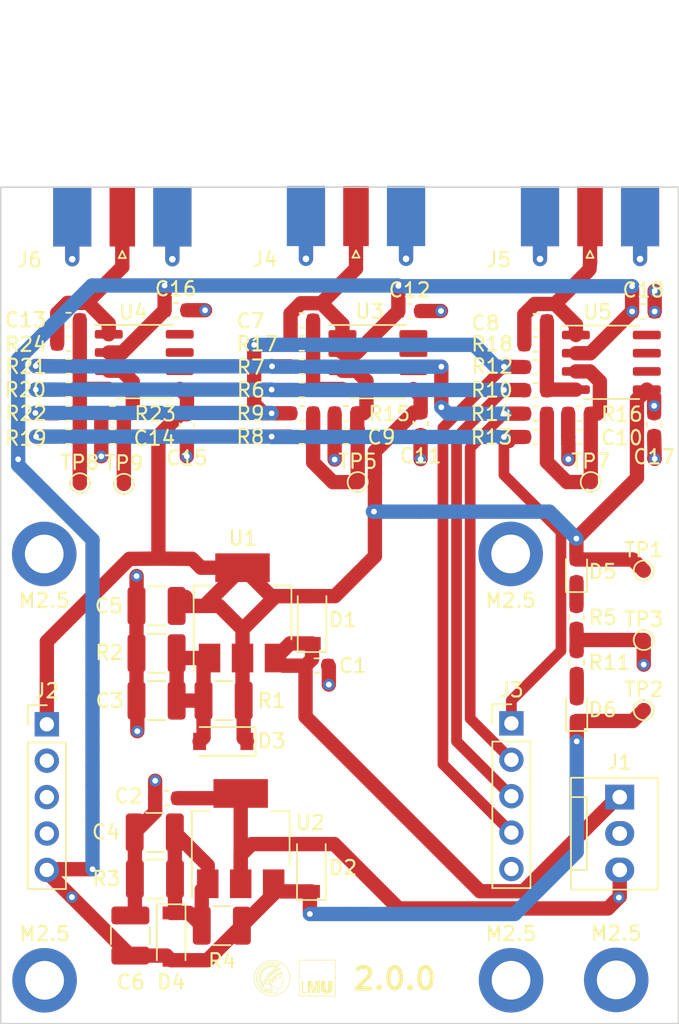
<source format=kicad_pcb>
(kicad_pcb (version 20171130) (host pcbnew "(5.1.5-0-10_14)")
  (layers (0 F.Cu mixed) (1 In1.Cu power) (2 In2.Cu power) (31 B.Cu mixed) (34 B.Paste user) (35 F.Paste user) (36 B.SilkS user) (37 F.SilkS user) (38 B.Mask user) (39 F.Mask user) (44 Edge.Cuts user))
  (net 0 "")
  (net 1 GND)
  (net 2 +15V)
  (net 3 -15V)
  (net 4 "Net-(C3-Pad1)")
  (net 5 "Net-(C4-Pad2)")
  (net 6 +12V)
  (net 7 -12V)
  (net 8 "Net-(C9-Pad2)")
  (net 9 /DIFFX)
  (net 10 "Net-(C10-Pad2)")
  (net 11 /DIFFY)
  (net 12 "Net-(C13-Pad2)")
  (net 13 /SUM)
  (net 14 "Net-(C14-Pad2)")
  (net 15 "Net-(D5-Pad1)")
  (net 16 "Net-(D6-Pad2)")
  (net 17 /-Y2)
  (net 18 /-Y1)
  (net 19 /-X2)
  (net 20 /-X1)
  (net 21 "Net-(C7-Pad2)")
  (net 22 "Net-(C8-Pad2)")
  (module Package_TO_SOT_SMD:SOT-223-3_TabPin2 (layer F.Cu) (at 90.6272 107.1884 90)
    (fp_text reference U1 (at 5.2074 0.0254 180) (layer F.SilkS))
    (fp_text value LM317)
    (pad 1 smd rect (at -3.15 -2.3 90) (size 2 1.5) (layers F.Cu F.Paste F.Mask) (net 4 "Net-(C3-Pad1)"))
    (pad 3 smd rect (at -3.15 2.3 90) (size 2 1.5) (layers F.Cu F.Paste F.Mask) (net 2 +15V))
    (pad 2 smd rect (at -3.15 0 90) (size 2 1.5) (layers F.Cu F.Paste F.Mask) (net 6 +12V))
    (pad 2 smd rect (at 3.15 0 90) (size 2 3.8) (layers F.Cu F.Paste F.Mask) (net 6 +12V))
  )
  (module Common:mpq_lmu_logo (layer F.Cu) (at 94.3102 132.6642)
    (fp_text reference G*** hide)
    (fp_text value LOGO hide)
  )
  (module TestPoint:TestPoint_Pad_D1.0mm (layer F.Cu) (at 118.618 109.0824)
    (fp_text reference TP3 (at 0 -1.448) (layer F.SilkS))
    (fp_text value GND)
    (pad 1 smd circle (at 0 0) (size 1 1) (layers F.Cu F.Mask) (net 1 GND))
  )
  (module TestPoint:TestPoint_Pad_D1.0mm (layer F.Cu) (at 118.618 113.9698)
    (fp_text reference TP2 (at 0 -1.448) (layer F.SilkS))
    (fp_text value -12V)
    (pad 1 smd circle (at 0 0) (size 1 1) (layers F.Cu F.Mask) (net 7 -12V))
  )
  (module TestPoint:TestPoint_Pad_D1.0mm (layer F.Cu) (at 118.618 104.2416)
    (fp_text reference TP1 (at 0 -1.448) (layer F.SilkS))
    (fp_text value +12V)
    (pad 1 smd circle (at 0 0) (size 1 1) (layers F.Cu F.Mask) (net 6 +12V))
  )
  (module Connector_PinHeader_2.54mm:PinHeader_1x05_P2.54mm_Vertical (layer F.Cu) (at 109.3851 114.8969)
    (fp_text reference J3 (at 0 -2.33) (layer F.SilkS))
    (fp_text value Conn_01x05_Male)
    (pad 5 thru_hole oval (at 0 10.16) (size 1.7 1.7) (drill 1) (layers *.Cu *.Mask) (net 1 GND))
    (pad 4 thru_hole oval (at 0 7.62) (size 1.7 1.7) (drill 1) (layers *.Cu *.Mask) (net 17 /-Y2))
    (pad 3 thru_hole oval (at 0 5.08) (size 1.7 1.7) (drill 1) (layers *.Cu *.Mask) (net 19 /-X2))
    (pad 2 thru_hole oval (at 0 2.54) (size 1.7 1.7) (drill 1) (layers *.Cu *.Mask) (net 18 /-Y1))
    (pad 1 thru_hole rect (at 0 0) (size 1.7 1.7) (drill 1) (layers *.Cu *.Mask) (net 20 /-X1))
  )
  (module Connector_PinHeader_2.54mm:PinHeader_1x05_P2.54mm_Vertical (layer F.Cu) (at 76.9747 114.9604)
    (fp_text reference J2 (at 0 -2.33) (layer F.SilkS))
    (fp_text value Conn_01x05_Male)
    (pad 5 thru_hole oval (at 0 10.16) (size 1.7 1.7) (drill 1) (layers *.Cu *.Mask) (net 7 -12V))
    (pad 4 thru_hole oval (at 0 7.62) (size 1.7 1.7) (drill 1) (layers *.Cu *.Mask) (net 1 GND))
    (pad 3 thru_hole oval (at 0 5.08) (size 1.7 1.7) (drill 1) (layers *.Cu *.Mask) (net 1 GND))
    (pad 2 thru_hole oval (at 0 2.54) (size 1.7 1.7) (drill 1) (layers *.Cu *.Mask) (net 1 GND))
    (pad 1 thru_hole rect (at 0 0) (size 1.7 1.7) (drill 1) (layers *.Cu *.Mask) (net 6 +12V))
  )
  (module MountingHole:MountingHole_2.7mm_M2.5_ISO7380_Pad (layer F.Cu) (at 116.7003 132.7912)
    (fp_text reference M2.5 (at 0 -3.25) (layer F.SilkS))
    (fp_text value MountingHole_2.7mm_M2.5_ISO7380_Pad)
    (pad 1 thru_hole circle (at 0 0) (size 4.5 4.5) (drill 2.7) (layers *.Cu *.Mask))
  )
  (module MountingHole:MountingHole_2.7mm_M2.5_ISO7380_Pad (layer F.Cu) (at 109.3597 132.8166)
    (fp_text reference M2.5 (at 0 -3.25) (layer F.SilkS))
    (fp_text value MountingHole_2.7mm_M2.5_ISO7380_Pad)
    (pad 1 thru_hole circle (at 0 0) (size 4.5 4.5) (drill 2.7) (layers *.Cu *.Mask))
  )
  (module MountingHole:MountingHole_2.7mm_M2.5_ISO7380_Pad (layer F.Cu) (at 76.8183 132.8188)
    (fp_text reference M2.5 (at 0 -3.25) (layer F.SilkS))
    (fp_text value MountingHole_2.7mm_M2.5_ISO7380_Pad)
    (pad 1 thru_hole circle (at 0 0) (size 4.5 4.5) (drill 2.7) (layers *.Cu *.Mask))
  )
  (module MountingHole:MountingHole_2.7mm_M2.5_ISO7380_Pad (layer F.Cu) (at 76.7929 103.0816 180)
    (fp_text reference M2.5 (at 0 -3.25) (layer F.SilkS))
    (fp_text value MountingHole_2.7mm_M2.5_ISO7380_Pad)
    (pad 1 thru_hole circle (at 0 0 180) (size 4.5 4.5) (drill 2.7) (layers *.Cu *.Mask))
  )
  (module MountingHole:MountingHole_2.7mm_M2.5_ISO7380_Pad (layer F.Cu) (at 109.3343 103.0794 180)
    (fp_text reference M2.5 (at 0 -3.25) (layer F.SilkS))
    (fp_text value MountingHole_2.7mm_M2.5_ISO7380_Pad)
    (pad 1 thru_hole circle (at 0 0 180) (size 4.5 4.5) (drill 2.7) (layers *.Cu *.Mask))
  )
  (module Resistor_SMD:R_1210_3225Metric (layer F.Cu) (at 89.1824 129.0066)
    (fp_text reference R4 (at 0.0224 2.4638) (layer F.SilkS))
    (fp_text value 240)
    (pad 2 smd roundrect (at 1.4 0) (size 1.25 2.65) (layers F.Cu F.Paste F.Mask) (roundrect_rratio 0.2) (net 7 -12V))
    (pad 1 smd roundrect (at -1.4 0) (size 1.25 2.65) (layers F.Cu F.Paste F.Mask) (roundrect_rratio 0.2) (net 5 "Net-(C4-Pad2)"))
  )
  (module Resistor_SMD:R_1210_3225Metric (layer F.Cu) (at 84.5155 125.7554)
    (fp_text reference R3 (at -3.3879 -0.0254) (layer F.SilkS))
    (fp_text value 2.2k)
    (pad 2 smd roundrect (at 1.4 0) (size 1.25 2.65) (layers F.Cu F.Paste F.Mask) (roundrect_rratio 0.2) (net 5 "Net-(C4-Pad2)"))
    (pad 1 smd roundrect (at -1.4 0) (size 1.25 2.65) (layers F.Cu F.Paste F.Mask) (roundrect_rratio 0.2) (net 1 GND))
  )
  (module Resistor_SMD:R_1210_3225Metric (layer F.Cu) (at 84.6298 110.0074 180)
    (fp_text reference R2 (at 3.299 0.0508) (layer F.SilkS))
    (fp_text value 2.2k)
    (pad 2 smd roundrect (at 1.4 0 180) (size 1.25 2.65) (layers F.Cu F.Paste F.Mask) (roundrect_rratio 0.2) (net 1 GND))
    (pad 1 smd roundrect (at -1.4 0 180) (size 1.25 2.65) (layers F.Cu F.Paste F.Mask) (roundrect_rratio 0.2) (net 4 "Net-(C3-Pad1)"))
  )
  (module Resistor_SMD:R_1210_3225Metric (layer F.Cu) (at 89.3064 113.3094 180)
    (fp_text reference R1 (at -3.3528 0) (layer F.SilkS))
    (fp_text value 240)
    (pad 2 smd roundrect (at 1.4 0 180) (size 1.25 2.65) (layers F.Cu F.Paste F.Mask) (roundrect_rratio 0.2) (net 4 "Net-(C3-Pad1)"))
    (pad 1 smd roundrect (at -1.4 0 180) (size 1.25 2.65) (layers F.Cu F.Paste F.Mask) (roundrect_rratio 0.2) (net 6 +12V))
  )
  (module TestPoint:TestPoint_Pad_D1.0mm (layer F.Cu) (at 82.3492 98.19)
    (fp_text reference TP9 (at 0 -1.448) (layer F.SilkS))
    (fp_text value SUM+)
    (pad 1 smd circle (at 0 0) (size 1 1) (layers F.Cu F.Mask) (net 14 "Net-(C14-Pad2)"))
  )
  (module Package_SO:SOIC-8_3.9x4.9mm_P1.27mm (layer F.Cu) (at 116.3574 89.7128)
    (fp_text reference U5 (at -0.96 -3.51) (layer F.SilkS))
    (fp_text value OPA197xDBV)
    (pad 8 smd roundrect (at 2.475 -1.905) (size 1.95 0.6) (layers F.Cu F.Paste F.Mask))
    (pad 7 smd roundrect (at 2.475 -0.635) (size 1.95 0.6) (layers F.Cu F.Paste F.Mask))
    (pad 6 smd roundrect (at 2.475 0.635) (size 1.95 0.6) (layers F.Cu F.Paste F.Mask))
    (pad 5 smd roundrect (at 2.475 1.905) (size 1.95 0.6) (layers F.Cu F.Paste F.Mask) (net 6 +12V))
    (pad 4 smd roundrect (at -2.475 1.905) (size 1.95 0.6) (layers F.Cu F.Paste F.Mask) (net 22 "Net-(C8-Pad2)"))
    (pad 3 smd roundrect (at -2.475 0.635) (size 1.95 0.6) (layers F.Cu F.Paste F.Mask) (net 10 "Net-(C10-Pad2)"))
    (pad 2 smd roundrect (at -2.475 -0.635) (size 1.95 0.6) (layers F.Cu F.Paste F.Mask) (net 7 -12V))
    (pad 1 smd roundrect (at -2.475 -1.905) (size 1.95 0.6) (layers F.Cu F.Paste F.Mask) (net 11 /DIFFY))
  )
  (module TestPoint:TestPoint_Pad_D1.0mm (layer F.Cu) (at 98.6622 98.07)
    (fp_text reference TP5 (at 0 -1.448) (layer F.SilkS))
    (fp_text value DIFFX+)
    (pad 1 smd circle (at 0 0) (size 1 1) (layers F.Cu F.Mask) (net 8 "Net-(C9-Pad2)"))
  )
  (module Resistor_SMD:R_0603_1608Metric (layer F.Cu) (at 111.0741 88.4682)
    (fp_text reference R18 (at -3.0325 -0.03) (layer F.SilkS))
    (fp_text value 10k)
    (pad 2 smd roundrect (at 0.7875 0) (size 0.875 0.95) (layers F.Cu F.Paste F.Mask) (net 22 "Net-(C8-Pad2)"))
    (pad 1 smd roundrect (at -0.7875 0) (size 0.875 0.95) (layers F.Cu F.Paste F.Mask) (net 11 /DIFFY))
  )
  (module Resistor_SMD:R_0603_1608Metric (layer F.Cu) (at 114.135 93.2942)
    (fp_text reference R16 (at 2.9625 0.04) (layer F.SilkS))
    (fp_text value 10k)
    (pad 2 smd roundrect (at 0.7875 0) (size 0.875 0.95) (layers F.Cu F.Paste F.Mask) (net 10 "Net-(C10-Pad2)"))
    (pad 1 smd roundrect (at -0.7875 0) (size 0.875 0.95) (layers F.Cu F.Paste F.Mask) (net 1 GND))
  )
  (module Resistor_SMD:R_0603_1608Metric (layer F.Cu) (at 111.0743 93.2942 180)
    (fp_text reference R14 (at 3.0725 0.01) (layer F.SilkS))
    (fp_text value 10k)
    (pad 2 smd roundrect (at 0.7875 0 180) (size 0.875 0.95) (layers F.Cu F.Paste F.Mask) (net 18 /-Y1))
    (pad 1 smd roundrect (at -0.7875 0 180) (size 0.875 0.95) (layers F.Cu F.Paste F.Mask) (net 10 "Net-(C10-Pad2)"))
  )
  (module Resistor_SMD:R_0603_1608Metric (layer F.Cu) (at 111.0741 94.9198 180)
    (fp_text reference R13 (at 3.0725 -0.01) (layer F.SilkS))
    (fp_text value 10k)
    (pad 2 smd roundrect (at 0.7875 0 180) (size 0.875 0.95) (layers F.Cu F.Paste F.Mask) (net 20 /-X1))
    (pad 1 smd roundrect (at -0.7875 0 180) (size 0.875 0.95) (layers F.Cu F.Paste F.Mask) (net 10 "Net-(C10-Pad2)"))
  )
  (module Resistor_SMD:R_0603_1608Metric (layer F.Cu) (at 111.0741 90.043 180)
    (fp_text reference R12 (at 3.0225 0.06) (layer F.SilkS))
    (fp_text value 10k)
    (pad 2 smd roundrect (at 0.7875 0 180) (size 0.875 0.95) (layers F.Cu F.Paste F.Mask) (net 17 /-Y2))
    (pad 1 smd roundrect (at -0.7875 0 180) (size 0.875 0.95) (layers F.Cu F.Paste F.Mask) (net 22 "Net-(C8-Pad2)"))
  )
  (module Resistor_SMD:R_0603_1608Metric (layer F.Cu) (at 111.0741 91.6686 180)
    (fp_text reference R10 (at 3.0525 0.02) (layer F.SilkS))
    (fp_text value 10k)
    (pad 2 smd roundrect (at 0.7875 0 180) (size 0.875 0.95) (layers F.Cu F.Paste F.Mask) (net 19 /-X2))
    (pad 1 smd roundrect (at -0.7875 0 180) (size 0.875 0.95) (layers F.Cu F.Paste F.Mask) (net 22 "Net-(C8-Pad2)"))
  )
  (module Capacitor_SMD:C_0603_1608Metric (layer F.Cu) (at 118.5931 86.1654 180)
    (fp_text reference C18 (at 0.0025 1.49) (layer F.SilkS))
    (fp_text value 100n)
    (pad 2 smd roundrect (at 0.7875 0 180) (size 0.875 0.95) (layers F.Cu F.Paste F.Mask) (net 7 -12V))
    (pad 1 smd roundrect (at -0.7875 0 180) (size 0.875 0.95) (layers F.Cu F.Paste F.Mask) (net 1 GND))
  )
  (module Capacitor_SMD:C_0603_1608Metric (layer F.Cu) (at 119.3431 94.0554 90)
    (fp_text reference C17 (at -2.25 -0.0025 180) (layer F.SilkS))
    (fp_text value 100n)
    (pad 2 smd roundrect (at 0.7875 0 90) (size 0.875 0.95) (layers F.Cu F.Paste F.Mask) (net 6 +12V))
    (pad 1 smd roundrect (at -0.7875 0 90) (size 0.875 0.95) (layers F.Cu F.Paste F.Mask) (net 1 GND))
  )
  (module Capacitor_SMD:C_0603_1608Metric (layer F.Cu) (at 114.1381 94.9198)
    (fp_text reference C10 (at 2.9525 0.06) (layer F.SilkS))
    (fp_text value 5p)
    (pad 2 smd roundrect (at 0.7875 0) (size 0.875 0.95) (layers F.Cu F.Paste F.Mask) (net 10 "Net-(C10-Pad2)"))
    (pad 1 smd roundrect (at -0.7875 0) (size 0.875 0.95) (layers F.Cu F.Paste F.Mask) (net 1 GND))
  )
  (module Capacitor_SMD:C_0603_1608Metric (layer F.Cu) (at 111.0741 86.8426)
    (fp_text reference C8 (at -3.4925 0.13) (layer F.SilkS))
    (fp_text value 5p)
    (pad 2 smd roundrect (at 0.7875 0) (size 0.875 0.95) (layers F.Cu F.Paste F.Mask) (net 22 "Net-(C8-Pad2)"))
    (pad 1 smd roundrect (at -0.7875 0) (size 0.875 0.95) (layers F.Cu F.Paste F.Mask) (net 11 /DIFFY))
  )
  (module Package_SO:SOIC-8_3.9x4.9mm_P1.27mm (layer F.Cu) (at 83.7692 89.662)
    (fp_text reference U4 (at -0.765 -3.455) (layer F.SilkS))
    (fp_text value OPA197xDBV)
    (pad 8 smd roundrect (at 2.475 -1.905) (size 1.95 0.6) (layers F.Cu F.Paste F.Mask))
    (pad 7 smd roundrect (at 2.475 -0.635) (size 1.95 0.6) (layers F.Cu F.Paste F.Mask))
    (pad 6 smd roundrect (at 2.475 0.635) (size 1.95 0.6) (layers F.Cu F.Paste F.Mask))
    (pad 5 smd roundrect (at 2.475 1.905) (size 1.95 0.6) (layers F.Cu F.Paste F.Mask) (net 6 +12V))
    (pad 4 smd roundrect (at -2.475 1.905) (size 1.95 0.6) (layers F.Cu F.Paste F.Mask) (net 12 "Net-(C13-Pad2)"))
    (pad 3 smd roundrect (at -2.475 0.635) (size 1.95 0.6) (layers F.Cu F.Paste F.Mask) (net 14 "Net-(C14-Pad2)"))
    (pad 2 smd roundrect (at -2.475 -0.635) (size 1.95 0.6) (layers F.Cu F.Paste F.Mask) (net 7 -12V))
    (pad 1 smd roundrect (at -2.475 -1.905) (size 1.95 0.6) (layers F.Cu F.Paste F.Mask) (net 13 /SUM))
  )
  (module Resistor_SMD:R_0603_1608Metric (layer F.Cu) (at 78.4859 88.4174)
    (fp_text reference R24 (at -2.9725 0.045) (layer F.SilkS))
    (fp_text value 10k)
    (pad 2 smd roundrect (at 0.7875 0) (size 0.875 0.95) (layers F.Cu F.Paste F.Mask) (net 12 "Net-(C13-Pad2)"))
    (pad 1 smd roundrect (at -0.7875 0) (size 0.875 0.95) (layers F.Cu F.Paste F.Mask) (net 13 /SUM))
  )
  (module Resistor_SMD:R_0603_1608Metric (layer F.Cu) (at 81.5595 93.2688)
    (fp_text reference R23 (at 2.9775 0.045) (layer F.SilkS))
    (fp_text value 10k)
    (pad 2 smd roundrect (at 0.7875 0) (size 0.875 0.95) (layers F.Cu F.Paste F.Mask) (net 14 "Net-(C14-Pad2)"))
    (pad 1 smd roundrect (at -0.7875 0) (size 0.875 0.95) (layers F.Cu F.Paste F.Mask) (net 1 GND))
  )
  (module Resistor_SMD:R_0603_1608Metric (layer F.Cu) (at 78.4861 93.2688 180)
    (fp_text reference R22 (at 2.9625 -0.015) (layer F.SilkS))
    (fp_text value 10k)
    (pad 2 smd roundrect (at 0.7875 0 180) (size 0.875 0.95) (layers F.Cu F.Paste F.Mask) (net 17 /-Y2))
    (pad 1 smd roundrect (at -0.7875 0 180) (size 0.875 0.95) (layers F.Cu F.Paste F.Mask) (net 12 "Net-(C13-Pad2)"))
  )
  (module Resistor_SMD:R_0603_1608Metric (layer F.Cu) (at 78.486 89.9922 180)
    (fp_text reference R21 (at 2.9625 -0.015) (layer F.SilkS))
    (fp_text value 10k)
    (pad 2 smd roundrect (at 0.7875 0 180) (size 0.875 0.95) (layers F.Cu F.Paste F.Mask) (net 18 /-Y1))
    (pad 1 smd roundrect (at -0.7875 0 180) (size 0.875 0.95) (layers F.Cu F.Paste F.Mask) (net 12 "Net-(C13-Pad2)"))
  )
  (module Resistor_SMD:R_0603_1608Metric (layer F.Cu) (at 78.486 91.6178 180)
    (fp_text reference R20 (at 3.0125 -0.01) (layer F.SilkS))
    (fp_text value 10k)
    (pad 2 smd roundrect (at 0.7875 0 180) (size 0.875 0.95) (layers F.Cu F.Paste F.Mask) (net 19 /-X2))
    (pad 1 smd roundrect (at -0.7875 0 180) (size 0.875 0.95) (layers F.Cu F.Paste F.Mask) (net 12 "Net-(C13-Pad2)"))
  )
  (module Resistor_SMD:R_0603_1608Metric (layer F.Cu) (at 78.4861 94.8944 180)
    (fp_text reference R19 (at 2.9725 -0.12) (layer F.SilkS))
    (fp_text value 10k)
    (pad 2 smd roundrect (at 0.7875 0 180) (size 0.875 0.95) (layers F.Cu F.Paste F.Mask) (net 20 /-X1))
    (pad 1 smd roundrect (at -0.7875 0 180) (size 0.875 0.95) (layers F.Cu F.Paste F.Mask) (net 12 "Net-(C13-Pad2)"))
  )
  (module Capacitor_SMD:C_0603_1608Metric (layer F.Cu) (at 85.9789 86.0806 180)
    (fp_text reference C16 (at 0.0125 1.49) (layer F.SilkS))
    (fp_text value 100n)
    (pad 2 smd roundrect (at 0.7875 0 180) (size 0.875 0.95) (layers F.Cu F.Paste F.Mask) (net 7 -12V))
    (pad 1 smd roundrect (at -0.7875 0 180) (size 0.875 0.95) (layers F.Cu F.Paste F.Mask) (net 1 GND))
  )
  (module Capacitor_SMD:C_0603_1608Metric (layer F.Cu) (at 86.7492 94.12 90)
    (fp_text reference C15 (at -2.27 0 180) (layer F.SilkS))
    (fp_text value 100n)
    (pad 2 smd roundrect (at 0.7875 0 90) (size 0.875 0.95) (layers F.Cu F.Paste F.Mask) (net 6 +12V))
    (pad 1 smd roundrect (at -0.7875 0 90) (size 0.875 0.95) (layers F.Cu F.Paste F.Mask) (net 1 GND))
  )
  (module Capacitor_SMD:C_0603_1608Metric (layer F.Cu) (at 81.5595 94.8944)
    (fp_text reference C14 (at 2.9175 0.12) (layer F.SilkS))
    (fp_text value 5p)
    (pad 2 smd roundrect (at 0.7875 0) (size 0.875 0.95) (layers F.Cu F.Paste F.Mask) (net 14 "Net-(C14-Pad2)"))
    (pad 1 smd roundrect (at -0.7875 0) (size 0.875 0.95) (layers F.Cu F.Paste F.Mask) (net 1 GND))
  )
  (module Capacitor_SMD:C_0603_1608Metric (layer F.Cu) (at 78.4859 86.7664)
    (fp_text reference C13 (at -2.9925 -0.01) (layer F.SilkS))
    (fp_text value 5p)
    (pad 2 smd roundrect (at 0.7875 0) (size 0.875 0.95) (layers F.Cu F.Paste F.Mask) (net 12 "Net-(C13-Pad2)"))
    (pad 1 smd roundrect (at -0.7875 0) (size 0.875 0.95) (layers F.Cu F.Paste F.Mask) (net 13 /SUM))
  )
  (module Package_SO:SOIC-8_3.9x4.9mm_P1.27mm (layer F.Cu) (at 100.0722 89.67)
    (fp_text reference U3 (at -0.57 -3.51) (layer F.SilkS))
    (fp_text value OPA197xDBV)
    (pad 8 smd roundrect (at 2.475 -1.905) (size 1.95 0.6) (layers F.Cu F.Paste F.Mask))
    (pad 7 smd roundrect (at 2.475 -0.635) (size 1.95 0.6) (layers F.Cu F.Paste F.Mask))
    (pad 6 smd roundrect (at 2.475 0.635) (size 1.95 0.6) (layers F.Cu F.Paste F.Mask))
    (pad 5 smd roundrect (at 2.475 1.905) (size 1.95 0.6) (layers F.Cu F.Paste F.Mask) (net 6 +12V))
    (pad 4 smd roundrect (at -2.475 1.905) (size 1.95 0.6) (layers F.Cu F.Paste F.Mask) (net 21 "Net-(C7-Pad2)"))
    (pad 3 smd roundrect (at -2.475 0.635) (size 1.95 0.6) (layers F.Cu F.Paste F.Mask) (net 8 "Net-(C9-Pad2)"))
    (pad 2 smd roundrect (at -2.475 -0.635) (size 1.95 0.6) (layers F.Cu F.Paste F.Mask) (net 7 -12V))
    (pad 1 smd roundrect (at -2.475 -1.905) (size 1.95 0.6) (layers F.Cu F.Paste F.Mask) (net 9 /DIFFX))
  )
  (module TestPoint:TestPoint_Pad_D1.0mm (layer F.Cu) (at 114.9206 98.0654)
    (fp_text reference TP7 (at 0 -1.448) (layer F.SilkS))
    (fp_text value DIFFY-)
    (pad 1 smd circle (at 0 0) (size 1 1) (layers F.Cu F.Mask) (net 10 "Net-(C10-Pad2)"))
  )
  (module Resistor_SMD:R_0603_1608Metric (layer F.Cu) (at 94.7647 88.392)
    (fp_text reference R17 (at -3.1125 0.03) (layer F.SilkS))
    (fp_text value 10k)
    (pad 2 smd roundrect (at 0.7875 0) (size 0.875 0.95) (layers F.Cu F.Paste F.Mask) (net 21 "Net-(C7-Pad2)"))
    (pad 1 smd roundrect (at -0.7875 0) (size 0.875 0.95) (layers F.Cu F.Paste F.Mask) (net 9 /DIFFX))
  )
  (module Resistor_SMD:R_0603_1608Metric (layer F.Cu) (at 97.8407 93.2688)
    (fp_text reference R15 (at 3.0225 0.03) (layer F.SilkS))
    (fp_text value 10k)
    (pad 2 smd roundrect (at 0.7875 0) (size 0.875 0.95) (layers F.Cu F.Paste F.Mask) (net 8 "Net-(C9-Pad2)"))
    (pad 1 smd roundrect (at -0.7875 0) (size 0.875 0.95) (layers F.Cu F.Paste F.Mask) (net 1 GND))
  )
  (module Resistor_SMD:R_0603_1608Metric (layer F.Cu) (at 94.7674 93.2688 180)
    (fp_text reference R9 (at 3.58 -0.01) (layer F.SilkS))
    (fp_text value 10k)
    (pad 2 smd roundrect (at 0.7875 0 180) (size 0.875 0.95) (layers F.Cu F.Paste F.Mask) (net 17 /-Y2))
    (pad 1 smd roundrect (at -0.7875 0 180) (size 0.875 0.95) (layers F.Cu F.Paste F.Mask) (net 8 "Net-(C9-Pad2)"))
  )
  (module Resistor_SMD:R_0603_1608Metric (layer F.Cu) (at 94.7674 94.8944 180)
    (fp_text reference R8 (at 3.5925 -0.02) (layer F.SilkS))
    (fp_text value 10k)
    (pad 2 smd roundrect (at 0.7875 0 180) (size 0.875 0.95) (layers F.Cu F.Paste F.Mask) (net 20 /-X1))
    (pad 1 smd roundrect (at -0.7875 0 180) (size 0.875 0.95) (layers F.Cu F.Paste F.Mask) (net 8 "Net-(C9-Pad2)"))
  )
  (module Resistor_SMD:R_0603_1608Metric (layer F.Cu) (at 94.7647 90.0176 180)
    (fp_text reference R7 (at 3.5625 -0.04) (layer F.SilkS))
    (fp_text value 10k)
    (pad 2 smd roundrect (at 0.7875 0 180) (size 0.875 0.95) (layers F.Cu F.Paste F.Mask) (net 18 /-Y1))
    (pad 1 smd roundrect (at -0.7875 0 180) (size 0.875 0.95) (layers F.Cu F.Paste F.Mask) (net 21 "Net-(C7-Pad2)"))
  )
  (module Resistor_SMD:R_0603_1608Metric (layer F.Cu) (at 94.7647 91.64 180)
    (fp_text reference R6 (at 3.5525 -0.01) (layer F.SilkS))
    (fp_text value 10k)
    (pad 2 smd roundrect (at 0.7875 0 180) (size 0.875 0.95) (layers F.Cu F.Paste F.Mask) (net 19 /-X2))
    (pad 1 smd roundrect (at -0.7875 0 180) (size 0.875 0.95) (layers F.Cu F.Paste F.Mask) (net 21 "Net-(C7-Pad2)"))
  )
  (module Capacitor_SMD:C_0603_1608Metric (layer F.Cu) (at 102.2822 86.1375 180)
    (fp_text reference C12 (at 0 1.4675) (layer F.SilkS))
    (fp_text value 100n)
    (pad 2 smd roundrect (at 0.7875 0 180) (size 0.875 0.95) (layers F.Cu F.Paste F.Mask) (net 7 -12V))
    (pad 1 smd roundrect (at -0.7875 0 180) (size 0.875 0.95) (layers F.Cu F.Paste F.Mask) (net 1 GND))
  )
  (module Capacitor_SMD:C_0603_1608Metric (layer F.Cu) (at 103.0522 94 90)
    (fp_text reference C11 (at -2.24 0 180) (layer F.SilkS))
    (fp_text value 100n)
    (pad 2 smd roundrect (at 0.7875 0 90) (size 0.875 0.95) (layers F.Cu F.Paste F.Mask) (net 6 +12V))
    (pad 1 smd roundrect (at -0.7875 0 90) (size 0.875 0.95) (layers F.Cu F.Paste F.Mask) (net 1 GND))
  )
  (module Capacitor_SMD:C_0603_1608Metric (layer F.Cu) (at 97.8407 94.8944)
    (fp_text reference C9 (at 2.4825 0.04) (layer F.SilkS))
    (fp_text value 5p)
    (pad 2 smd roundrect (at 0.7875 0) (size 0.875 0.95) (layers F.Cu F.Paste F.Mask) (net 8 "Net-(C9-Pad2)"))
    (pad 1 smd roundrect (at -0.7875 0) (size 0.875 0.95) (layers F.Cu F.Paste F.Mask) (net 1 GND))
  )
  (module Capacitor_SMD:C_0603_1608Metric (layer F.Cu) (at 94.7647 86.7918)
    (fp_text reference C7 (at -3.5825 0.04) (layer F.SilkS))
    (fp_text value 5p)
    (pad 2 smd roundrect (at 0.7875 0) (size 0.875 0.95) (layers F.Cu F.Paste F.Mask) (net 21 "Net-(C7-Pad2)"))
    (pad 1 smd roundrect (at -0.7875 0) (size 0.875 0.95) (layers F.Cu F.Paste F.Mask) (net 9 /DIFFX))
  )
  (module Capacitor_SMD:C_1210_3225Metric (layer F.Cu) (at 82.804 129.6954 270)
    (fp_text reference C6 (at 3.2482 -0.0254 180) (layer F.SilkS))
    (fp_text value 22u)
    (pad 2 smd roundrect (at 1.4 0 270) (size 1.25 2.65) (layers F.Cu F.Paste F.Mask) (roundrect_rratio 0.2) (net 7 -12V))
    (pad 1 smd roundrect (at -1.4 0 270) (size 1.25 2.65) (layers F.Cu F.Paste F.Mask) (roundrect_rratio 0.2) (net 1 GND))
  )
  (module Capacitor_SMD:C_1210_3225Metric (layer F.Cu) (at 84.6298 106.7054 180)
    (fp_text reference C5 (at 3.33 0) (layer F.SilkS))
    (fp_text value 22u)
    (pad 2 smd roundrect (at 1.4 0 180) (size 1.25 2.65) (layers F.Cu F.Paste F.Mask) (roundrect_rratio 0.2) (net 1 GND))
    (pad 1 smd roundrect (at -1.4 0 180) (size 1.25 2.65) (layers F.Cu F.Paste F.Mask) (roundrect_rratio 0.2) (net 6 +12V))
  )
  (module Capacitor_SMD:C_1210_3225Metric (layer F.Cu) (at 84.5028 122.5042)
    (fp_text reference C4 (at -3.4006 -0.0254 180) (layer F.SilkS))
    (fp_text value 10u)
    (pad 2 smd roundrect (at 1.4 0) (size 1.25 2.65) (layers F.Cu F.Paste F.Mask) (roundrect_rratio 0.2) (net 5 "Net-(C4-Pad2)"))
    (pad 1 smd roundrect (at -1.4 0) (size 1.25 2.65) (layers F.Cu F.Paste F.Mask) (roundrect_rratio 0.2) (net 1 GND))
  )
  (module Capacitor_SMD:C_1210_3225Metric (layer F.Cu) (at 84.6298 113.3094 180)
    (fp_text reference C3 (at 3.28 0) (layer F.SilkS))
    (fp_text value 10u)
    (pad 2 smd roundrect (at 1.4 0 180) (size 1.25 2.65) (layers F.Cu F.Paste F.Mask) (roundrect_rratio 0.2) (net 1 GND))
    (pad 1 smd roundrect (at -1.4 0 180) (size 1.25 2.65) (layers F.Cu F.Paste F.Mask) (roundrect_rratio 0.2) (net 4 "Net-(C3-Pad1)"))
  )
  (module Package_TO_SOT_SMD:SOT-223-3_TabPin2 (layer F.Cu) (at 90.4998 122.936 90)
    (fp_text reference U2 (at 1.1176 4.8518 180) (layer F.SilkS))
    (fp_text value LM337)
    (pad 1 smd rect (at -3.15 -2.3 90) (size 2 1.5) (layers F.Cu F.Paste F.Mask) (net 5 "Net-(C4-Pad2)"))
    (pad 3 smd rect (at -3.15 2.3 90) (size 2 1.5) (layers F.Cu F.Paste F.Mask) (net 7 -12V))
    (pad 2 smd rect (at -3.15 0 90) (size 2 1.5) (layers F.Cu F.Paste F.Mask) (net 3 -15V))
    (pad 2 smd rect (at 3.15 0 90) (size 2 3.8) (layers F.Cu F.Paste F.Mask) (net 3 -15V))
  )
  (module TestPoint:TestPoint_Pad_D1.0mm (layer F.Cu) (at 79.2792 98.15)
    (fp_text reference TP8 (at 0 -1.448) (layer F.SilkS))
    (fp_text value SUM-)
    (pad 1 smd circle (at 0 0) (size 1 1) (layers F.Cu F.Mask) (net 12 "Net-(C13-Pad2)"))
  )
  (module Resistor_SMD:R_0603_1608Metric (layer F.Cu) (at 113.9438 110.6538 90)
    (fp_text reference R11 (at 0.0114 2.2866 180) (layer F.SilkS))
    (fp_text value 470)
    (pad 2 smd roundrect (at 0.7875 0 90) (size 0.875 0.95) (layers F.Cu F.Paste F.Mask) (net 1 GND))
    (pad 1 smd roundrect (at -0.7875 0 90) (size 0.875 0.95) (layers F.Cu F.Paste F.Mask) (net 16 "Net-(D6-Pad2)"))
  )
  (module Resistor_SMD:R_0603_1608Metric (layer F.Cu) (at 113.9276 107.5043 270)
    (fp_text reference R5 (at 0 -1.8456 180) (layer F.SilkS))
    (fp_text value 510)
    (pad 2 smd roundrect (at 0.7875 0 270) (size 0.875 0.95) (layers F.Cu F.Paste F.Mask) (net 1 GND))
    (pad 1 smd roundrect (at -0.7875 0 270) (size 0.875 0.95) (layers F.Cu F.Paste F.Mask) (net 15 "Net-(D5-Pad1)"))
  )
  (module Common:SMA_Molex_73251-2120_EdgeMount (layer F.Cu) (at 82.2392 77.445 270)
    (fp_text reference J6 (at 5.1304 6.471 180) (layer F.SilkS))
    (fp_text value Conn_Coaxial)
    (pad 2 smd rect (at 4.635 3.4925 270) (size 0.89 0.46) (layers B.Cu) (net 1 GND))
    (pad 2 thru_hole circle (at 5.08 3.4925 270) (size 0.97 0.97) (drill 0.46) (layers *.Cu) (net 1 GND))
    (pad 2 smd rect (at 4.635 3.4925 270) (size 0.89 0.46) (layers F.Cu) (net 1 GND))
    (pad 2 smd rect (at 2.095 -3.4925 270) (size 4.19 2.665) (layers B.Cu B.Paste B.Mask) (net 1 GND))
    (pad 2 smd rect (at 2.095 -3.4925 270) (size 4.19 2.665) (layers F.Cu F.Paste F.Mask) (net 1 GND))
    (pad 2 smd rect (at 2.095 3.4925 270) (size 4.19 2.665) (layers B.Cu B.Paste B.Mask) (net 1 GND))
    (pad 1 smd rect (at 2.095 0 270) (size 4.19 1.78) (layers F.Cu F.Paste F.Mask) (net 13 /SUM))
    (pad 2 smd rect (at 2.095 3.4925 270) (size 4.19 2.665) (layers F.Cu F.Paste F.Mask) (net 1 GND))
    (pad 2 thru_hole circle (at 5.08 -3.4925 270) (size 0.97 0.97) (drill 0.46) (layers *.Cu) (net 1 GND))
    (pad 2 smd rect (at 4.635 -3.4925 270) (size 0.89 0.46) (layers F.Cu) (net 1 GND))
    (pad 2 smd rect (at 4.635 -3.4925 270) (size 0.89 0.46) (layers B.Cu) (net 1 GND))
  )
  (module Common:SMA_Molex_73251-2120_EdgeMount (layer F.Cu) (at 114.8706 77.4304 270)
    (fp_text reference J5 (at 5.1196 6.3618 180) (layer F.SilkS))
    (fp_text value Conn_Coaxial)
    (pad 2 smd rect (at 4.635 3.4925 270) (size 0.89 0.46) (layers B.Cu) (net 1 GND))
    (pad 2 thru_hole circle (at 5.08 3.4925 270) (size 0.97 0.97) (drill 0.46) (layers *.Cu) (net 1 GND))
    (pad 2 smd rect (at 4.635 3.4925 270) (size 0.89 0.46) (layers F.Cu) (net 1 GND))
    (pad 2 smd rect (at 2.095 -3.4925 270) (size 4.19 2.665) (layers B.Cu B.Paste B.Mask) (net 1 GND))
    (pad 2 smd rect (at 2.095 -3.4925 270) (size 4.19 2.665) (layers F.Cu F.Paste F.Mask) (net 1 GND))
    (pad 2 smd rect (at 2.095 3.4925 270) (size 4.19 2.665) (layers B.Cu B.Paste B.Mask) (net 1 GND))
    (pad 1 smd rect (at 2.095 0 270) (size 4.19 1.78) (layers F.Cu F.Paste F.Mask) (net 11 /DIFFY))
    (pad 2 smd rect (at 2.095 3.4925 270) (size 4.19 2.665) (layers F.Cu F.Paste F.Mask) (net 1 GND))
    (pad 2 thru_hole circle (at 5.08 -3.4925 270) (size 0.97 0.97) (drill 0.46) (layers *.Cu) (net 1 GND))
    (pad 2 smd rect (at 4.635 -3.4925 270) (size 0.89 0.46) (layers F.Cu) (net 1 GND))
    (pad 2 smd rect (at 4.635 -3.4925 270) (size 0.89 0.46) (layers B.Cu) (net 1 GND))
  )
  (module Common:SMA_Molex_73251-2120_EdgeMount (layer F.Cu) (at 98.5422 77.415 270)
    (fp_text reference J4 (at 5.1096 6.3402 180) (layer F.SilkS))
    (fp_text value Conn_Coaxial)
    (pad 2 smd rect (at 4.635 3.4925 270) (size 0.89 0.46) (layers B.Cu) (net 1 GND))
    (pad 2 thru_hole circle (at 5.08 3.4925 270) (size 0.97 0.97) (drill 0.46) (layers *.Cu) (net 1 GND))
    (pad 2 smd rect (at 4.635 3.4925 270) (size 0.89 0.46) (layers F.Cu) (net 1 GND))
    (pad 2 smd rect (at 2.095 -3.4925 270) (size 4.19 2.665) (layers B.Cu B.Paste B.Mask) (net 1 GND))
    (pad 2 smd rect (at 2.095 -3.4925 270) (size 4.19 2.665) (layers F.Cu F.Paste F.Mask) (net 1 GND))
    (pad 2 smd rect (at 2.095 3.4925 270) (size 4.19 2.665) (layers B.Cu B.Paste B.Mask) (net 1 GND))
    (pad 1 smd rect (at 2.095 0 270) (size 4.19 1.78) (layers F.Cu F.Paste F.Mask) (net 9 /DIFFX))
    (pad 2 smd rect (at 2.095 3.4925 270) (size 4.19 2.665) (layers F.Cu F.Paste F.Mask) (net 1 GND))
    (pad 2 thru_hole circle (at 5.08 -3.4925 270) (size 0.97 0.97) (drill 0.46) (layers *.Cu) (net 1 GND))
    (pad 2 smd rect (at 4.635 -3.4925 270) (size 0.89 0.46) (layers F.Cu) (net 1 GND))
    (pad 2 smd rect (at 4.635 -3.4925 270) (size 0.89 0.46) (layers B.Cu) (net 1 GND))
  )
  (module Connector:FanPinHeader_1x03_P2.54mm_Vertical (layer F.Cu) (at 116.9416 120.0404 270)
    (fp_text reference J1 (at -2.4384 0 180) (layer F.SilkS))
    (fp_text value Conn_01x03_Male)
    (pad 3 thru_hole oval (at 5.08 0) (size 2.03 1.73) (drill 1.02) (layers *.Cu *.Mask) (net 3 -15V))
    (pad 2 thru_hole oval (at 2.54 0) (size 2.03 1.73) (drill 1.02) (layers *.Cu *.Mask) (net 1 GND))
    (pad 1 thru_hole rect (at 0 0) (size 2.03 1.73) (drill 1.02) (layers *.Cu *.Mask) (net 2 +15V))
  )
  (module LED_SMD:LED_0603_1608Metric (layer F.Cu) (at 113.9438 113.9413 90)
    (fp_text reference D6 (at -0.0031 1.804 180) (layer F.SilkS))
    (fp_text value LED)
    (pad 2 smd roundrect (at 0.7875 0 90) (size 0.875 0.95) (layers F.Cu F.Paste F.Mask) (net 16 "Net-(D6-Pad2)"))
    (pad 1 smd roundrect (at -0.7875 0 90) (size 0.875 0.95) (layers F.Cu F.Paste F.Mask) (net 7 -12V))
  )
  (module LED_SMD:LED_0603_1608Metric (layer F.Cu) (at 113.9276 104.2543 90)
    (fp_text reference D5 (at -0.0635 1.8202 180) (layer F.SilkS))
    (fp_text value LED)
    (pad 2 smd roundrect (at 0.7875 0 90) (size 0.875 0.95) (layers F.Cu F.Paste F.Mask) (net 6 +12V))
    (pad 1 smd roundrect (at -0.7875 0 90) (size 0.875 0.95) (layers F.Cu F.Paste F.Mask) (net 15 "Net-(D5-Pad1)"))
  )
  (module Diode_SMD:D_SOD-123 (layer F.Cu) (at 85.6488 129.7686 270)
    (fp_text reference D4 (at 3.175 0 180) (layer F.SilkS))
    (fp_text value 1N4148)
    (pad 2 smd rect (at 1.65 0 270) (size 0.9 1.2) (layers F.Cu F.Paste F.Mask) (net 7 -12V))
    (pad 1 smd rect (at -1.65 0 270) (size 0.9 1.2) (layers F.Cu F.Paste F.Mask) (net 5 "Net-(C4-Pad2)"))
  )
  (module Diode_SMD:D_SOD-123 (layer F.Cu) (at 89.281 116.1542 180)
    (fp_text reference D3 (at -3.3782 0.0254) (layer F.SilkS))
    (fp_text value 1N4148)
    (pad 2 smd rect (at 1.65 0 180) (size 0.9 1.2) (layers F.Cu F.Paste F.Mask) (net 4 "Net-(C3-Pad1)"))
    (pad 1 smd rect (at -1.65 0 180) (size 0.9 1.2) (layers F.Cu F.Paste F.Mask) (net 6 +12V))
  )
  (module Diode_SMD:D_SOD-123 (layer F.Cu) (at 95.4278 124.968 90)
    (fp_text reference D2 (at 0 2.2098 180) (layer F.SilkS))
    (fp_text value 1N4148)
    (pad 2 smd rect (at 1.65 0 90) (size 0.9 1.2) (layers F.Cu F.Paste F.Mask) (net 3 -15V))
    (pad 1 smd rect (at -1.65 0 90) (size 0.9 1.2) (layers F.Cu F.Paste F.Mask) (net 7 -12V))
  )
  (module Diode_SMD:D_SOD-123 (layer F.Cu) (at 95.4786 107.6716 90)
    (fp_text reference D1 (at 0 2.16 180) (layer F.SilkS))
    (fp_text value 1N4148)
    (pad 2 smd rect (at 1.65 0 90) (size 0.9 1.2) (layers F.Cu F.Paste F.Mask) (net 6 +12V))
    (pad 1 smd rect (at -1.65 0 90) (size 0.9 1.2) (layers F.Cu F.Paste F.Mask) (net 2 +15V))
  )
  (module Capacitor_SMD:C_0603_1608Metric (layer F.Cu) (at 85.3185 120.1166)
    (fp_text reference C2 (at -2.6415 -0.1524) (layer F.SilkS))
    (fp_text value 100n)
    (pad 2 smd roundrect (at 0.7875 0) (size 0.875 0.95) (layers F.Cu F.Paste F.Mask) (net 3 -15V))
    (pad 1 smd roundrect (at -0.7875 0) (size 0.875 0.95) (layers F.Cu F.Paste F.Mask) (net 1 GND))
  )
  (module Capacitor_SMD:C_0603_1608Metric (layer F.Cu) (at 95.8088 110.871)
    (fp_text reference C1 (at 2.5146 0) (layer F.SilkS))
    (fp_text value 100n)
    (pad 2 smd roundrect (at 0.7875 0) (size 0.875 0.95) (layers F.Cu F.Paste F.Mask) (net 1 GND))
    (pad 1 smd roundrect (at -0.7875 0) (size 0.875 0.95) (layers F.Cu F.Paste F.Mask) (net 2 +15V))
  )
  (gr_text "2.0.0\n" (at 101.2444 132.715) (layer F.SilkS) (effects (font (size 1.5 1.5) (thickness 0.3))))
  (gr_line (start 121.031 77.4954) (end 121.031 135.8392) (layer Edge.Cuts) (width 0.1))
  (gr_line (start 73.7616 135.8392) (end 121.031 135.8392) (layer Edge.Cuts) (width 0.1))
  (gr_line (start 73.7616 77.4954) (end 73.7616 135.8392) (layer Edge.Cuts) (width 0.1))
  (gr_line (start 73.7616 77.4954) (end 121.031 77.4954) (layer Edge.Cuts) (width 0.1))
  (segment (start 83.2298 106.7054) (end 83.2298 113.3094) (width 1) (layer F.Cu) (net 1))
  (segment (start 83.1155 127.9839) (end 82.804 128.2954) (width 1) (layer F.Cu) (net 1))
  (segment (start 83.1155 125.7554) (end 83.1155 127.9839) (width 1) (layer F.Cu) (net 1))
  (segment (start 83.1155 122.5169) (end 83.1028 122.5042) (width 1) (layer F.Cu) (net 1))
  (segment (start 83.1155 125.7554) (end 83.1155 122.5169) (width 1) (layer F.Cu) (net 1))
  (segment (start 84.531 121.076) (end 83.1028 122.5042) (width 1) (layer F.Cu) (net 1))
  (segment (start 84.531 120.1166) (end 84.531 121.076) (width 1) (layer F.Cu) (net 1))
  (segment (start 113.3475 94.9167) (end 113.3506 94.9198) (width 1) (layer F.Cu) (net 1))
  (segment (start 113.3475 93.2942) (end 113.3475 94.9167) (width 1) (layer F.Cu) (net 1))
  (segment (start 80.772 93.2688) (end 80.772 94.8944) (width 1) (layer F.Cu) (net 1))
  (segment (start 82.7786 128.27) (end 82.804 128.2954) (width 1) (layer F.Cu) (net 1))
  (via (at 84.5312 118.8974) (size 0.8) (drill 0.4) (layers F.Cu B.Cu) (net 1))
  (segment (start 84.5312 120.1164) (end 84.531 120.1166) (width 1) (layer F.Cu) (net 1))
  (segment (start 84.5312 118.8974) (end 84.5312 120.1164) (width 1) (layer F.Cu) (net 1))
  (via (at 83.2866 115.443) (size 0.8) (drill 0.4) (layers F.Cu B.Cu) (net 1))
  (segment (start 83.2866 113.3662) (end 83.2298 113.3094) (width 1) (layer F.Cu) (net 1))
  (segment (start 83.2866 115.443) (end 83.2866 113.3662) (width 1) (layer F.Cu) (net 1))
  (via (at 83.2358 104.6226) (size 0.8) (drill 0.4) (layers F.Cu B.Cu) (net 1))
  (segment (start 83.2358 106.6994) (end 83.2298 106.7054) (width 1) (layer F.Cu) (net 1))
  (segment (start 83.2358 104.6226) (end 83.2358 106.6994) (width 1) (layer F.Cu) (net 1))
  (via (at 86.741 96.266) (size 0.8) (drill 0.4) (layers F.Cu B.Cu) (net 1))
  (segment (start 86.741 94.9157) (end 86.7492 94.9075) (width 1) (layer F.Cu) (net 1))
  (segment (start 86.741 96.266) (end 86.741 94.9157) (width 1) (layer F.Cu) (net 1))
  (via (at 80.772 96.266) (size 0.8) (drill 0.4) (layers F.Cu B.Cu) (net 1))
  (segment (start 80.772 96.266) (end 80.772 94.8944) (width 1) (layer F.Cu) (net 1))
  (via (at 88.011 86.0806) (size 0.8) (drill 0.4) (layers F.Cu B.Cu) (net 1))
  (segment (start 88.011 86.0806) (end 86.7664 86.0806) (width 1) (layer F.Cu) (net 1))
  (via (at 104.4702 86.1314) (size 0.8) (drill 0.4) (layers F.Cu B.Cu) (net 1))
  (segment (start 103.0758 86.1314) (end 103.0697 86.1375) (width 1) (layer F.Cu) (net 1))
  (segment (start 104.4702 86.1314) (end 103.0758 86.1314) (width 1) (layer F.Cu) (net 1))
  (segment (start 119.3806 85.6904) (end 119.38 85.6898) (width 1) (layer F.Cu) (net 1))
  (segment (start 119.3806 86.1654) (end 119.3806 86.1654) (width 1) (layer F.Cu) (net 1))
  (via (at 119.38 84.7344) (size 0.8) (drill 0.4) (layers F.Cu B.Cu) (net 1))
  (segment (start 119.3806 84.735) (end 119.38 84.7344) (width 1) (layer F.Cu) (net 1))
  (segment (start 119.3806 86.1654) (end 119.3806 84.735) (width 1) (layer F.Cu) (net 1))
  (via (at 96.647 112.1918) (size 0.8) (drill 0.4) (layers F.Cu B.Cu) (net 1))
  (segment (start 96.647 110.9217) (end 96.5963 110.871) (width 1) (layer F.Cu) (net 1))
  (segment (start 96.647 112.1918) (end 96.647 110.9217) (width 1) (layer F.Cu) (net 1))
  (segment (start 119.3431 94.8429) (end 119.38 96.4438) (width 1) (layer F.Cu) (net 1))
  (segment (start 119.38 96.4438) (end 119.3431 96.4069) (width 1) (layer F.Cu) (net 1))
  (via (at 119.38 96.4438) (size 0.8) (drill 0.4) (layers F.Cu B.Cu) (net 1))
  (segment (start 113.3506 94.9198) (end 113.3506 95.3948) (width 1) (layer F.Cu) (net 1))
  (via (at 113.3602 96.4692) (size 0.8) (drill 0.4) (layers F.Cu B.Cu) (net 1))
  (segment (start 113.3602 95.4044) (end 113.3506 95.3948) (width 1) (layer F.Cu) (net 1))
  (segment (start 113.3602 96.4692) (end 113.3602 95.4044) (width 1) (layer F.Cu) (net 1))
  (via (at 103.0478 96.4692) (size 0.8) (drill 0.4) (layers F.Cu B.Cu) (net 1))
  (segment (start 103.0478 94.7919) (end 103.0522 94.7875) (width 1) (layer F.Cu) (net 1))
  (segment (start 103.0478 96.4692) (end 103.0478 94.7919) (width 1) (layer F.Cu) (net 1))
  (via (at 97.0534 96.4946) (size 0.8) (drill 0.4) (layers F.Cu B.Cu) (net 1))
  (segment (start 97.0534 94.4122) (end 97.0532 94.412) (width 1) (layer F.Cu) (net 1))
  (segment (start 97.0534 96.4946) (end 97.0534 94.4122) (width 1) (layer F.Cu) (net 1))
  (segment (start 97.0532 94.412) (end 97.0532 94.8944) (width 1) (layer F.Cu) (net 1))
  (segment (start 97.0532 93.2688) (end 97.0532 94.412) (width 1) (layer F.Cu) (net 1))
  (segment (start 113.9276 109.8501) (end 113.9438 109.8663) (width 1) (layer F.Cu) (net 1))
  (segment (start 113.9804 109.0824) (end 113.9444 109.1184) (width 1) (layer F.Cu) (net 1))
  (segment (start 113.9444 109.1184) (end 113.9276 109.8501) (width 1) (layer F.Cu) (net 1))
  (segment (start 118.618 109.0824) (end 116.9776 109.0824) (width 1) (layer F.Cu) (net 1))
  (segment (start 113.9276 108.2918) (end 113.9444 109.1184) (width 1) (layer F.Cu) (net 1))
  (segment (start 118.618 109.0824) (end 118.618 110.7948) (width 1) (layer F.Cu) (net 1))
  (segment (start 118.618 110.7948) (end 118.618 110.7948) (width 1) (layer F.Cu) (net 1))
  (via (at 118.618 110.7948) (size 0.8) (drill 0.4) (layers F.Cu B.Cu) (net 1))
  (segment (start 78.7467 79.54) (end 78.7467 82.525) (width 1) (layer B.Cu) (net 1))
  (segment (start 85.7317 79.54) (end 85.7317 82.525) (width 1) (layer B.Cu) (net 1))
  (segment (start 95.0497 79.51) (end 95.0497 82.495) (width 1) (layer B.Cu) (net 1))
  (segment (start 102.0347 79.51) (end 102.0347 82.05) (width 1) (layer B.Cu) (net 1))
  (segment (start 102.0347 82.495) (end 102.0347 79.51) (width 1) (layer B.Cu) (net 1))
  (segment (start 111.3781 82.5104) (end 111.3781 79.5254) (width 1) (layer B.Cu) (net 1))
  (segment (start 118.3631 82.5104) (end 118.3631 79.5254) (width 1) (layer B.Cu) (net 1))
  (segment (start 85.7317 82.525) (end 85.7317 79.54) (width 1) (layer F.Cu) (net 1))
  (segment (start 78.7467 82.525) (end 78.7467 79.54) (width 1) (layer F.Cu) (net 1))
  (segment (start 95.0497 82.495) (end 95.0497 79.51) (width 1) (layer F.Cu) (net 1))
  (segment (start 102.0347 82.495) (end 102.0347 79.51) (width 1) (layer F.Cu) (net 1))
  (segment (start 111.3781 82.5104) (end 111.3781 79.5254) (width 1) (layer F.Cu) (net 1))
  (segment (start 118.3631 82.5104) (end 118.3631 79.5254) (width 1) (layer F.Cu) (net 1))
  (segment (start 119.3806 86.1654) (end 119.3806 85.6904) (width 1) (layer F.Cu) (net 1))
  (via (at 119.3806 86.1654) (size 0.8) (drill 0.4) (layers F.Cu B.Cu) (net 1))
  (segment (start 115.7076 109.0824) (end 113.9804 109.0824) (width 1) (layer F.Cu) (net 1))
  (segment (start 116.9776 109.0824) (end 115.7076 109.0824) (width 1) (layer F.Cu) (net 1))
  (segment (start 93.4598 110.871) (end 92.9272 110.3384) (width 1) (layer F.Cu) (net 2))
  (segment (start 95.0213 110.871) (end 93.4598 110.871) (width 1) (layer F.Cu) (net 2))
  (segment (start 93.944 109.3216) (end 92.9272 110.3384) (width 1) (layer F.Cu) (net 2))
  (segment (start 95.4786 109.3216) (end 93.944 109.3216) (width 1) (layer F.Cu) (net 2))
  (segment (start 95.4786 110.4137) (end 95.0213 110.871) (width 1) (layer F.Cu) (net 2))
  (segment (start 95.4786 109.3216) (end 95.4786 110.4137) (width 1) (layer F.Cu) (net 2))
  (segment (start 95.0213 111.346) (end 95.0213 110.871) (width 1) (layer F.Cu) (net 2))
  (segment (start 107.195701 126.606901) (end 95.0213 114.4325) (width 1) (layer F.Cu) (net 2))
  (segment (start 110.225099 126.606901) (end 107.195701 126.606901) (width 1) (layer F.Cu) (net 2))
  (segment (start 95.0213 114.4325) (end 95.0213 111.346) (width 1) (layer F.Cu) (net 2))
  (segment (start 116.7916 120.0404) (end 110.225099 126.606901) (width 1) (layer F.Cu) (net 2))
  (segment (start 116.9416 120.0404) (end 116.7916 120.0404) (width 1) (layer F.Cu) (net 2))
  (segment (start 90.1692 120.1166) (end 90.4998 119.786) (width 1) (layer F.Cu) (net 3))
  (segment (start 86.106 120.1166) (end 90.1692 120.1166) (width 1) (layer F.Cu) (net 3))
  (segment (start 90.4998 126.086) (end 90.4998 119.786) (width 1) (layer F.Cu) (net 3))
  (segment (start 91.2678 123.318) (end 90.4998 124.086) (width 1) (layer F.Cu) (net 3))
  (segment (start 90.4998 124.086) (end 90.4998 126.086) (width 1) (layer F.Cu) (net 3))
  (segment (start 95.4278 123.318) (end 91.2678 123.318) (width 1) (layer F.Cu) (net 3))
  (segment (start 116.9416 126.9854) (end 116.9416 125.1204) (width 1) (layer F.Cu) (net 3))
  (segment (start 116.120089 127.806911) (end 116.8835 127.0435) (width 1) (layer F.Cu) (net 3))
  (segment (start 101.516711 127.806911) (end 116.120089 127.806911) (width 1) (layer F.Cu) (net 3))
  (segment (start 97.0278 123.318) (end 101.516711 127.806911) (width 1) (layer F.Cu) (net 3))
  (segment (start 95.4278 123.318) (end 97.0278 123.318) (width 1) (layer F.Cu) (net 3))
  (segment (start 116.8835 127.0435) (end 116.9416 126.9854) (width 1) (layer F.Cu) (net 3))
  (via (at 116.8835 127.0435) (size 0.8) (drill 0.4) (layers F.Cu B.Cu) (net 3))
  (segment (start 86.3608 110.3384) (end 86.0298 110.0074) (width 1) (layer F.Cu) (net 4))
  (segment (start 88.3272 110.3384) (end 86.3608 110.3384) (width 1) (layer F.Cu) (net 4))
  (segment (start 86.0298 110.0074) (end 86.0298 113.3094) (width 1) (layer F.Cu) (net 4))
  (segment (start 86.0298 113.3094) (end 87.9064 113.3094) (width 1) (layer F.Cu) (net 4))
  (segment (start 87.9064 110.7592) (end 88.3272 110.3384) (width 1) (layer F.Cu) (net 4))
  (segment (start 87.9064 113.3094) (end 87.9064 110.7592) (width 1) (layer F.Cu) (net 4))
  (segment (start 87.9064 115.8788) (end 87.631 116.1542) (width 1) (layer F.Cu) (net 4))
  (segment (start 87.9064 113.3094) (end 87.9064 115.8788) (width 1) (layer F.Cu) (net 4))
  (segment (start 85.9028 125.7427) (end 85.9155 125.7554) (width 1) (layer F.Cu) (net 5))
  (segment (start 85.9028 122.5042) (end 85.9028 125.7427) (width 1) (layer F.Cu) (net 5))
  (segment (start 85.9155 127.8519) (end 85.6488 128.1186) (width 1) (layer F.Cu) (net 5))
  (segment (start 85.9155 125.7554) (end 85.9155 127.8519) (width 1) (layer F.Cu) (net 5))
  (segment (start 86.8944 128.1186) (end 87.7824 129.0066) (width 1) (layer F.Cu) (net 5))
  (segment (start 85.6488 128.1186) (end 86.8944 128.1186) (width 1) (layer F.Cu) (net 5))
  (segment (start 87.7824 126.5034) (end 88.1998 126.086) (width 1) (layer F.Cu) (net 5))
  (segment (start 87.7824 129.0066) (end 87.7824 126.5034) (width 1) (layer F.Cu) (net 5))
  (segment (start 88.1998 124.8012) (end 85.9028 122.5042) (width 1) (layer F.Cu) (net 5))
  (segment (start 88.1998 126.086) (end 88.1998 124.8012) (width 1) (layer F.Cu) (net 5))
  (segment (start 103.0522 92.08) (end 102.5472 91.575) (width 1) (layer F.Cu) (net 6))
  (segment (start 103.0522 93.2125) (end 103.0522 92.08) (width 1) (layer F.Cu) (net 6))
  (segment (start 119.3431 92.1285) (end 118.8324 91.6178) (width 1) (layer F.Cu) (net 6))
  (segment (start 119.3431 93.2679) (end 119.3431 92.7469) (width 1) (layer F.Cu) (net 6))
  (segment (start 90.6272 113.2302) (end 90.7064 113.3094) (width 1) (layer F.Cu) (net 6))
  (segment (start 90.6272 110.3384) (end 90.6272 113.2302) (width 1) (layer F.Cu) (net 6))
  (segment (start 87.9602 106.7054) (end 90.6272 104.0384) (width 1) (layer F.Cu) (net 6))
  (segment (start 86.0298 106.7054) (end 87.9602 106.7054) (width 1) (layer F.Cu) (net 6))
  (segment (start 92.6104 106.0216) (end 90.6272 104.0384) (width 1) (layer F.Cu) (net 6))
  (segment (start 95.4786 106.0216) (end 92.6104 106.0216) (width 1) (layer F.Cu) (net 6))
  (segment (start 90.7064 115.9296) (end 90.931 116.1542) (width 1) (layer F.Cu) (net 6))
  (segment (start 90.7064 113.3094) (end 90.7064 115.9296) (width 1) (layer F.Cu) (net 6))
  (segment (start 86.0298 106.7054) (end 86.6548 106.0804) (width 1) (layer F.Cu) (net 6))
  (segment (start 86.6548 106.7054) (end 86.0298 106.7054) (width 1) (layer F.Cu) (net 6))
  (segment (start 88.9942 106.7054) (end 86.6548 106.7054) (width 1) (layer F.Cu) (net 6))
  (segment (start 90.6272 108.3384) (end 88.9942 106.7054) (width 1) (layer F.Cu) (net 6))
  (segment (start 93.8786 106.0216) (end 95.4786 106.0216) (width 1) (layer F.Cu) (net 6))
  (segment (start 90.6272 108.3384) (end 92.944 106.0216) (width 1) (layer F.Cu) (net 6))
  (segment (start 92.944 106.0216) (end 93.8786 106.0216) (width 1) (layer F.Cu) (net 6))
  (segment (start 90.6272 110.3384) (end 90.6272 108.3384) (width 1) (layer F.Cu) (net 6))
  (segment (start 117.8432 103.4668) (end 113.9276 103.4668) (width 1) (layer F.Cu) (net 6))
  (segment (start 118.618 104.2416) (end 117.8432 103.4668) (width 1) (layer F.Cu) (net 6))
  (segment (start 82.73874 103.42259) (end 76.9747 109.18663) (width 1) (layer F.Cu) (net 6))
  (segment (start 87.7272 104.0384) (end 87.11139 103.42259) (width 1) (layer F.Cu) (net 6))
  (segment (start 76.9747 109.18663) (end 76.9747 113.1104) (width 1) (layer F.Cu) (net 6))
  (segment (start 90.6272 104.0384) (end 87.7272 104.0384) (width 1) (layer F.Cu) (net 6))
  (segment (start 76.9747 113.1104) (end 76.9747 114.9604) (width 1) (layer F.Cu) (net 6))
  (segment (start 86.7492 92.072) (end 86.2442 91.567) (width 1) (layer F.Cu) (net 6))
  (segment (start 86.7492 93.3325) (end 86.7492 92.072) (width 1) (layer F.Cu) (net 6))
  (segment (start 84.7598 94.8469) (end 84.7598 103.4034) (width 1) (layer F.Cu) (net 6))
  (segment (start 86.7492 93.3325) (end 86.2742 93.3325) (width 1) (layer F.Cu) (net 6))
  (segment (start 86.2742 93.3325) (end 84.7598 94.8469) (width 1) (layer F.Cu) (net 6))
  (segment (start 84.7598 103.4034) (end 82.73874 103.42259) (width 1) (layer F.Cu) (net 6))
  (segment (start 87.11139 103.42259) (end 84.7598 103.4034) (width 1) (layer F.Cu) (net 6))
  (segment (start 97.0786 106.0216) (end 95.4786 106.0216) (width 1) (layer F.Cu) (net 6))
  (segment (start 99.86221 103.23799) (end 97.0786 106.0216) (width 1) (layer F.Cu) (net 6))
  (segment (start 99.86221 95.92749) (end 99.86221 103.23799) (width 1) (layer F.Cu) (net 6))
  (segment (start 102.5772 93.2125) (end 99.86221 95.92749) (width 1) (layer F.Cu) (net 6))
  (segment (start 103.0522 93.2125) (end 102.5772 93.2125) (width 1) (layer F.Cu) (net 6))
  (segment (start 113.9276 103.0293) (end 113.919 103.0207) (width 1) (layer F.Cu) (net 6))
  (segment (start 113.9276 103.4668) (end 113.9276 103.0293) (width 1) (layer F.Cu) (net 6))
  (segment (start 113.919 103.0207) (end 113.919 102.0064) (width 1) (layer F.Cu) (net 6))
  (segment (start 113.919 102.0064) (end 113.919 101.981) (width 1) (layer F.Cu) (net 6))
  (via (at 113.919 102.0064) (size 0.8) (drill 0.4) (layers F.Cu B.Cu) (net 6))
  (segment (start 112.041999 100.129399) (end 103.070601 100.129399) (width 1) (layer B.Cu) (net 6))
  (segment (start 113.919 102.0064) (end 112.041999 100.129399) (width 1) (layer B.Cu) (net 6))
  (segment (start 100.403601 100.129399) (end 100.401002 100.1268) (width 1) (layer B.Cu) (net 6))
  (segment (start 100.401002 100.1268) (end 99.7966 100.1268) (width 1) (layer B.Cu) (net 6))
  (segment (start 99.7966 100.1268) (end 99.7204 100.1268) (width 1) (layer B.Cu) (net 6))
  (via (at 99.7966 100.1268) (size 0.8) (drill 0.4) (layers F.Cu B.Cu) (net 6))
  (segment (start 114.318999 101.606401) (end 113.919 102.0064) (width 1) (layer F.Cu) (net 6))
  (segment (start 118.143091 97.782309) (end 114.318999 101.606401) (width 1) (layer F.Cu) (net 6))
  (segment (start 118.143091 92.307109) (end 118.143091 97.782309) (width 1) (layer F.Cu) (net 6))
  (segment (start 118.8324 91.6178) (end 118.143091 92.307109) (width 1) (layer F.Cu) (net 6))
  (segment (start 119.3431 92.7469) (end 119.3431 92.1285) (width 1) (layer F.Cu) (net 6))
  (via (at 119.3431 92.7469) (size 0.8) (drill 0.4) (layers F.Cu B.Cu) (net 6))
  (segment (start 103.070601 100.129399) (end 100.403601 100.129399) (width 1) (layer B.Cu) (net 6))
  (segment (start 82.245 89.027) (end 81.2942 89.027) (width 1) (layer F.Cu) (net 7))
  (segment (start 85.1914 86.0806) (end 82.245 89.027) (width 1) (layer F.Cu) (net 7))
  (segment (start 98.5972 89.035) (end 97.5972 89.035) (width 1) (layer F.Cu) (net 7))
  (segment (start 101.4947 86.1375) (end 98.5972 89.035) (width 1) (layer F.Cu) (net 7))
  (segment (start 114.8932 89.0778) (end 117.8056 86.1654) (width 1) (layer F.Cu) (net 7))
  (segment (start 113.8824 89.0778) (end 114.8932 89.0778) (width 1) (layer F.Cu) (net 7))
  (segment (start 92.7998 126.7892) (end 90.5824 129.0066) (width 1) (layer F.Cu) (net 7))
  (segment (start 92.7998 126.086) (end 92.7998 126.7892) (width 1) (layer F.Cu) (net 7))
  (segment (start 85.3256 131.0954) (end 85.6488 131.4186) (width 1) (layer F.Cu) (net 7))
  (segment (start 82.804 131.0954) (end 85.3256 131.0954) (width 1) (layer F.Cu) (net 7))
  (segment (start 93.3318 126.618) (end 92.7998 126.086) (width 1) (layer F.Cu) (net 7))
  (segment (start 95.4278 126.618) (end 93.3318 126.618) (width 1) (layer F.Cu) (net 7))
  (segment (start 85.1914 85.6056) (end 85.1916 85.6054) (width 1) (layer F.Cu) (net 7))
  (segment (start 85.1914 86.0806) (end 85.1914 85.6056) (width 1) (layer F.Cu) (net 7))
  (segment (start 85.1916 85.6054) (end 85.1916 84.3534) (width 1) (layer F.Cu) (net 7))
  (segment (start 85.1916 84.3534) (end 85.1916 84.3534) (width 1) (layer F.Cu) (net 7))
  (via (at 101.4984 84.3788) (size 0.8) (drill 0.4) (layers F.Cu B.Cu) (net 7))
  (segment (start 101.4984 86.1338) (end 101.4947 86.1375) (width 1) (layer F.Cu) (net 7))
  (segment (start 101.4984 84.3788) (end 101.4984 86.1338) (width 1) (layer F.Cu) (net 7))
  (segment (start 117.8052 84.4042) (end 117.8052 84.4042) (width 1) (layer B.Cu) (net 7))
  (via (at 117.8052 84.4042) (size 0.8) (drill 0.4) (layers F.Cu B.Cu) (net 7))
  (segment (start 117.8052 86.165) (end 117.8056 86.1654) (width 1) (layer F.Cu) (net 7))
  (segment (start 117.8052 84.4042) (end 117.8052 86.165) (width 1) (layer F.Cu) (net 7))
  (segment (start 88.1704 131.4186) (end 90.1095 129.4795) (width 1) (layer F.Cu) (net 7))
  (segment (start 85.6488 131.4186) (end 88.1704 131.4186) (width 1) (layer F.Cu) (net 7))
  (segment (start 117.859 114.7288) (end 113.9438 114.7288) (width 1) (layer F.Cu) (net 7))
  (segment (start 118.618 113.9698) (end 117.859 114.7288) (width 1) (layer F.Cu) (net 7))
  (segment (start 76.9747 125.2661) (end 76.9747 125.1204) (width 1) (layer F.Cu) (net 7))
  (segment (start 82.804 131.0954) (end 78.7243 127.0157) (width 1) (layer F.Cu) (net 7))
  (segment (start 101.5238 84.4042) (end 101.4984 84.3788) (width 1) (layer B.Cu) (net 7))
  (segment (start 117.8052 84.4042) (end 101.5238 84.4042) (width 1) (layer B.Cu) (net 7))
  (segment (start 85.1916 84.3534) (end 85.1916 84.3534) (width 1) (layer F.Cu) (net 7))
  (via (at 85.1916 84.3534) (size 0.8) (drill 0.4) (layers F.Cu B.Cu) (net 7))
  (segment (start 101.473 84.3534) (end 101.4984 84.3788) (width 1) (layer B.Cu) (net 7))
  (segment (start 85.1916 84.3534) (end 101.473 84.3534) (width 1) (layer B.Cu) (net 7))
  (segment (start 74.97459 96.897288) (end 79.843651 101.766349) (width 1) (layer B.Cu) (net 7))
  (segment (start 74.97459 89.49514) (end 74.97459 96.47541) (width 1) (layer B.Cu) (net 7))
  (segment (start 80.11633 84.3534) (end 74.97459 89.49514) (width 1) (layer B.Cu) (net 7))
  (segment (start 85.1916 84.3534) (end 80.11633 84.3534) (width 1) (layer B.Cu) (net 7))
  (segment (start 80.1624 102.085098) (end 80.1624 109.0676) (width 1) (layer B.Cu) (net 7))
  (segment (start 80.1624 125.0696) (end 80.1624 125.0696) (width 1) (layer B.Cu) (net 7))
  (via (at 80.1624 125.0696) (size 0.8) (drill 0.4) (layers F.Cu B.Cu) (net 7))
  (segment (start 77.0255 125.0696) (end 76.9747 125.1204) (width 1) (layer F.Cu) (net 7))
  (segment (start 80.1624 125.0696) (end 77.0255 125.0696) (width 1) (layer F.Cu) (net 7))
  (segment (start 113.9438 114.7288) (end 113.9438 116.1548) (width 1) (layer F.Cu) (net 7))
  (segment (start 113.9438 116.1548) (end 113.9438 116.2298) (width 1) (layer F.Cu) (net 7))
  (via (at 113.9438 116.1548) (size 0.8) (drill 0.4) (layers F.Cu B.Cu) (net 7))
  (segment (start 113.9438 123.866498) (end 109.616498 128.1938) (width 1) (layer B.Cu) (net 7))
  (segment (start 113.9438 116.1548) (end 113.9438 123.866498) (width 1) (layer B.Cu) (net 7))
  (segment (start 109.616498 128.1938) (end 99.1362 128.1938) (width 1) (layer B.Cu) (net 7))
  (segment (start 95.3262 128.1938) (end 95.4024 128.1938) (width 1) (layer B.Cu) (net 7))
  (via (at 95.3262 128.1938) (size 0.8) (drill 0.4) (layers F.Cu B.Cu) (net 7))
  (segment (start 95.3262 126.7196) (end 95.4278 126.618) (width 1) (layer F.Cu) (net 7))
  (segment (start 95.3262 128.1938) (end 95.3262 126.7196) (width 1) (layer F.Cu) (net 7))
  (segment (start 117.8056 86.1654) (end 117.8056 86.1654) (width 1) (layer F.Cu) (net 7))
  (via (at 117.8056 86.1654) (size 0.8) (drill 0.4) (layers F.Cu B.Cu) (net 7))
  (segment (start 90.1095 129.4795) (end 90.5824 129.0066) (width 1) (layer F.Cu) (net 7))
  (segment (start 78.7243 127.0157) (end 76.9747 125.2661) (width 1) (layer F.Cu) (net 7))
  (via (at 78.7243 127.0157) (size 0.8) (drill 0.4) (layers F.Cu B.Cu) (net 7))
  (segment (start 97.8662 128.1938) (end 95.3262 128.1938) (width 1) (layer B.Cu) (net 7))
  (segment (start 99.1362 128.1938) (end 97.8662 128.1938) (width 1) (layer B.Cu) (net 7))
  (segment (start 80.1624 109.0676) (end 80.1624 110.3376) (width 1) (layer B.Cu) (net 7))
  (segment (start 80.1624 110.3376) (end 80.1624 111.6076) (width 1) (layer B.Cu) (net 7))
  (segment (start 80.1624 111.6076) (end 80.1624 112.8776) (width 1) (layer B.Cu) (net 7))
  (segment (start 80.1624 112.8776) (end 80.1624 114.1476) (width 1) (layer B.Cu) (net 7))
  (segment (start 80.1624 114.1476) (end 80.1624 115.4176) (width 1) (layer B.Cu) (net 7))
  (segment (start 80.1624 115.4176) (end 80.1624 116.6876) (width 1) (layer B.Cu) (net 7))
  (segment (start 80.1624 116.6876) (end 80.1624 117.9576) (width 1) (layer B.Cu) (net 7))
  (segment (start 80.1624 117.9576) (end 80.1624 119.2276) (width 1) (layer B.Cu) (net 7))
  (segment (start 80.1624 119.2276) (end 80.1624 120.4976) (width 1) (layer B.Cu) (net 7))
  (segment (start 80.1624 120.4976) (end 80.1624 121.7676) (width 1) (layer B.Cu) (net 7))
  (segment (start 80.1624 121.7676) (end 80.1624 123.0376) (width 1) (layer B.Cu) (net 7))
  (segment (start 80.1624 123.0376) (end 80.1624 125.0696) (width 1) (layer B.Cu) (net 7))
  (segment (start 79.843651 101.766349) (end 80.1624 102.085098) (width 1) (layer B.Cu) (net 7))
  (segment (start 74.97459 96.47541) (end 74.97459 96.897288) (width 1) (layer B.Cu) (net 7))
  (via (at 74.97459 96.47541) (size 0.8) (drill 0.4) (layers F.Cu B.Cu) (net 7))
  (segment (start 95.5549 93.2688) (end 95.5549 94.8944) (width 1) (layer F.Cu) (net 8))
  (segment (start 98.5722 90.305) (end 97.5972 90.305) (width 1) (layer F.Cu) (net 8))
  (segment (start 99.27221 91.00501) (end 98.5722 90.305) (width 1) (layer F.Cu) (net 8))
  (segment (start 99.27221 93.06229) (end 99.27221 91.00501) (width 1) (layer F.Cu) (net 8))
  (segment (start 99.0657 93.2688) (end 99.27221 93.06229) (width 1) (layer F.Cu) (net 8))
  (segment (start 98.6282 93.2688) (end 99.0657 93.2688) (width 1) (layer F.Cu) (net 8))
  (segment (start 98.6622 94.3696) (end 98.6282 94.3356) (width 1) (layer F.Cu) (net 8))
  (segment (start 98.6622 98.07) (end 98.6622 94.3696) (width 1) (layer F.Cu) (net 8))
  (segment (start 98.6282 94.3356) (end 98.6282 93.2688) (width 1) (layer F.Cu) (net 8))
  (segment (start 98.6282 94.8944) (end 98.6282 94.3356) (width 1) (layer F.Cu) (net 8))
  (segment (start 96.93173 98.07) (end 95.5549 96.69317) (width 1) (layer F.Cu) (net 8))
  (segment (start 95.5549 95.3694) (end 95.5549 94.8944) (width 1) (layer F.Cu) (net 8))
  (segment (start 95.5549 96.69317) (end 95.5549 95.3694) (width 1) (layer F.Cu) (net 8))
  (segment (start 98.6622 98.07) (end 96.93173 98.07) (width 1) (layer F.Cu) (net 8))
  (segment (start 93.9772 86.7918) (end 93.9772 88.392) (width 1) (layer F.Cu) (net 9))
  (segment (start 93.9772 86.3168) (end 93.9772 86.7918) (width 1) (layer F.Cu) (net 9))
  (segment (start 96.126516 85.59179) (end 94.70221 85.59179) (width 1) (layer F.Cu) (net 9))
  (segment (start 97.5972 87.062474) (end 96.126516 85.59179) (width 1) (layer F.Cu) (net 9))
  (segment (start 94.70221 85.59179) (end 93.9772 86.3168) (width 1) (layer F.Cu) (net 9))
  (segment (start 97.5972 87.765) (end 97.5972 87.062474) (width 1) (layer F.Cu) (net 9))
  (segment (start 98.5422 83.176106) (end 96.126516 85.59179) (width 1) (layer F.Cu) (net 9))
  (segment (start 98.5422 79.51) (end 98.5422 83.176106) (width 1) (layer F.Cu) (net 9))
  (segment (start 111.8618 94.9196) (end 111.8616 94.9198) (width 1) (layer F.Cu) (net 10))
  (segment (start 111.8618 93.2942) (end 111.8618 94.9196) (width 1) (layer F.Cu) (net 10))
  (segment (start 114.4399 98.0635) (end 114.438 98.0654) (width 1) (layer F.Cu) (net 10))
  (segment (start 114.9225 93.2942) (end 114.9225 98.0635) (width 1) (layer F.Cu) (net 10))
  (segment (start 115.36 93.2942) (end 114.9225 93.2942) (width 1) (layer F.Cu) (net 10))
  (segment (start 115.55741 93.09679) (end 115.36 93.2942) (width 1) (layer F.Cu) (net 10))
  (segment (start 115.55741 91.04781) (end 115.55741 93.09679) (width 1) (layer F.Cu) (net 10))
  (segment (start 114.8574 90.3478) (end 115.55741 91.04781) (width 1) (layer F.Cu) (net 10))
  (segment (start 113.8824 90.3478) (end 114.8574 90.3478) (width 1) (layer F.Cu) (net 10))
  (segment (start 113.25743 98.0635) (end 114.4399 98.0635) (width 1) (layer F.Cu) (net 10))
  (segment (start 111.8616 96.66767) (end 113.25743 98.0635) (width 1) (layer F.Cu) (net 10))
  (segment (start 111.8616 94.9198) (end 111.8616 96.66767) (width 1) (layer F.Cu) (net 10))
  (segment (start 110.2866 86.8426) (end 110.2866 88.4682) (width 1) (layer F.Cu) (net 11))
  (segment (start 111.01161 85.64259) (end 110.2866 86.3676) (width 1) (layer F.Cu) (net 11))
  (segment (start 110.2866 86.3676) (end 110.2866 86.8426) (width 1) (layer F.Cu) (net 11))
  (segment (start 112.435916 85.64259) (end 111.01161 85.64259) (width 1) (layer F.Cu) (net 11))
  (segment (start 113.8824 87.089074) (end 112.435916 85.64259) (width 1) (layer F.Cu) (net 11))
  (segment (start 113.8824 87.8078) (end 113.8824 87.089074) (width 1) (layer F.Cu) (net 11))
  (segment (start 114.8334 83.2104) (end 114.664906 83.4136) (width 1) (layer F.Cu) (net 11))
  (segment (start 114.8842 82.634) (end 114.8334 83.2104) (width 1) (layer F.Cu) (net 11))
  (segment (start 114.664906 83.4136) (end 112.435916 85.64259) (width 1) (layer F.Cu) (net 11))
  (segment (start 114.8706 82.6204) (end 114.8842 82.634) (width 1) (layer F.Cu) (net 11))
  (segment (start 114.8706 79.5254) (end 114.8706 82.6204) (width 1) (layer F.Cu) (net 11))
  (segment (start 79.2734 98.1442) (end 79.2792 98.15) (width 1) (layer F.Cu) (net 12))
  (segment (start 79.2734 86.7664) (end 79.2734 98.1442) (width 1) (layer F.Cu) (net 12))
  (segment (start 79.3243 91.567) (end 79.2735 91.6178) (width 1) (layer F.Cu) (net 12))
  (segment (start 81.2942 91.567) (end 79.3243 91.567) (width 1) (layer F.Cu) (net 12))
  (segment (start 77.6984 86.7664) (end 77.6984 88.4174) (width 1) (layer F.Cu) (net 13))
  (segment (start 78.42341 85.56639) (end 77.6984 86.2914) (width 1) (layer F.Cu) (net 13))
  (segment (start 81.2942 87.012874) (end 79.847716 85.56639) (width 1) (layer F.Cu) (net 13))
  (segment (start 77.6984 86.2914) (end 77.6984 86.7664) (width 1) (layer F.Cu) (net 13))
  (segment (start 79.847716 85.56639) (end 78.42341 85.56639) (width 1) (layer F.Cu) (net 13))
  (segment (start 81.2942 87.757) (end 81.2942 87.012874) (width 1) (layer F.Cu) (net 13))
  (segment (start 82.2392 79.54) (end 82.2392 83.064) (width 1) (layer F.Cu) (net 13))
  (segment (start 79.847716 85.455484) (end 79.847716 85.56639) (width 1) (layer F.Cu) (net 13))
  (segment (start 82.2392 83.064) (end 79.847716 85.455484) (width 1) (layer F.Cu) (net 13))
  (segment (start 82.347 93.2688) (end 82.347 94.8944) (width 1) (layer F.Cu) (net 14))
  (segment (start 82.96921 93.08409) (end 82.7845 93.2688) (width 1) (layer F.Cu) (net 14))
  (segment (start 82.96921 91.064912) (end 82.96921 93.08409) (width 1) (layer F.Cu) (net 14))
  (segment (start 82.201298 90.297) (end 82.96921 91.064912) (width 1) (layer F.Cu) (net 14))
  (segment (start 82.7845 93.2688) (end 82.347 93.2688) (width 1) (layer F.Cu) (net 14))
  (segment (start 81.2942 90.297) (end 82.201298 90.297) (width 1) (layer F.Cu) (net 14))
  (segment (start 82.347 98.1878) (end 82.3492 98.19) (width 1) (layer F.Cu) (net 14))
  (segment (start 82.347 94.8944) (end 82.347 98.1878) (width 1) (layer F.Cu) (net 14))
  (segment (start 113.9276 106.7168) (end 113.9276 105.0418) (width 1) (layer F.Cu) (net 15))
  (segment (start 113.9438 111.4413) (end 113.9438 113.1538) (width 1) (layer F.Cu) (net 16))
  (segment (start 110.2866 90.043) (end 108.8644 90.0176) (width 1) (layer F.Cu) (net 17))
  (segment (start 108.8644 90.0176) (end 108.8898 90.043) (width 1) (layer F.Cu) (net 17))
  (via (at 108.8644 90.0176) (size 0.8) (drill 0.4) (layers F.Cu B.Cu) (net 17))
  (segment (start 108.535101 121.666901) (end 109.3851 122.5169) (width 0.75) (layer F.Cu) (net 17))
  (segment (start 104.609279 94.272721) (end 104.609279 117.741079) (width 0.75) (layer F.Cu) (net 17))
  (segment (start 104.609279 117.741079) (end 108.535101 121.666901) (width 0.75) (layer F.Cu) (net 17))
  (segment (start 108.8644 90.0176) (end 104.609279 94.272721) (width 0.75) (layer F.Cu) (net 17))
  (segment (start 93.9799 93.2688) (end 93.5424 93.2688) (width 1) (layer F.Cu) (net 17))
  (segment (start 93.5424 93.2688) (end 92.6592 93.2688) (width 1) (layer F.Cu) (net 17))
  (segment (start 92.6592 93.2688) (end 92.6592 93.2688) (width 1) (layer F.Cu) (net 17))
  (via (at 92.6592 93.2688) (size 0.8) (drill 0.4) (layers F.Cu B.Cu) (net 17))
  (segment (start 77.6986 93.2688) (end 77.2611 93.2688) (width 1) (layer F.Cu) (net 17))
  (segment (start 77.2611 93.2688) (end 76.1746 93.2434) (width 1) (layer F.Cu) (net 17))
  (segment (start 76.1746 93.2434) (end 76.1746 93.2688) (width 1) (layer F.Cu) (net 17))
  (via (at 76.1746 93.2434) (size 0.8) (drill 0.4) (layers F.Cu B.Cu) (net 17))
  (segment (start 92.6338 93.2434) (end 92.6592 93.2688) (width 1) (layer B.Cu) (net 17))
  (segment (start 76.1746 93.2434) (end 92.6338 93.2434) (width 1) (layer B.Cu) (net 17))
  (segment (start 108.298715 90.0176) (end 106.774715 88.4936) (width 1) (layer B.Cu) (net 17))
  (segment (start 108.8644 90.0176) (end 108.298715 90.0176) (width 1) (layer B.Cu) (net 17))
  (segment (start 106.774715 88.4936) (end 91.44 88.4936) (width 1) (layer B.Cu) (net 17))
  (segment (start 91.44 88.4936) (end 91.44 88.4936) (width 1) (layer B.Cu) (net 17))
  (via (at 91.44 88.4936) (size 0.8) (drill 0.4) (layers F.Cu B.Cu) (net 17))
  (segment (start 91.44 92.615285) (end 92.093515 93.2688) (width 1) (layer F.Cu) (net 17))
  (segment (start 92.093515 93.2688) (end 92.6592 93.2688) (width 1) (layer F.Cu) (net 17))
  (segment (start 91.44 88.4936) (end 91.44 92.615285) (width 1) (layer F.Cu) (net 17))
  (segment (start 77.6985 89.9922) (end 76.2 89.9668) (width 1) (layer F.Cu) (net 18))
  (segment (start 76.2 89.9668) (end 76.2254 89.9922) (width 1) (layer F.Cu) (net 18))
  (via (at 76.2 89.9668) (size 0.8) (drill 0.4) (layers F.Cu B.Cu) (net 18))
  (segment (start 92.6846 89.9922) (end 92.6592 89.9668) (width 1) (layer B.Cu) (net 18))
  (via (at 92.6846 89.9922) (size 0.8) (drill 0.4) (layers F.Cu B.Cu) (net 18))
  (segment (start 93.9518 89.9922) (end 93.9772 90.0176) (width 1) (layer F.Cu) (net 18))
  (segment (start 92.6846 89.9922) (end 93.9518 89.9922) (width 1) (layer F.Cu) (net 18))
  (segment (start 110.2868 93.2942) (end 108.8898 93.2942) (width 1) (layer F.Cu) (net 18))
  (segment (start 108.8898 93.2942) (end 108.8898 93.2942) (width 1) (layer F.Cu) (net 18))
  (via (at 108.8898 93.2942) (size 0.8) (drill 0.4) (layers F.Cu B.Cu) (net 18))
  (segment (start 108.489801 93.694199) (end 108.8898 93.2942) (width 0.75) (layer F.Cu) (net 18))
  (segment (start 106.509299 95.674701) (end 108.489801 93.694199) (width 0.75) (layer F.Cu) (net 18))
  (segment (start 106.509299 114.561099) (end 106.509299 95.674701) (width 0.75) (layer F.Cu) (net 18))
  (segment (start 109.3851 117.4369) (end 106.509299 114.561099) (width 0.75) (layer F.Cu) (net 18))
  (segment (start 76.2254 89.9922) (end 76.2 89.9668) (width 1) (layer B.Cu) (net 18))
  (segment (start 92.6846 89.9922) (end 76.2254 89.9922) (width 1) (layer B.Cu) (net 18))
  (segment (start 108.8898 93.2942) (end 104.94659 93.2942) (width 1) (layer B.Cu) (net 18))
  (segment (start 104.94659 93.2942) (end 104.4956 92.84321) (width 1) (layer B.Cu) (net 18))
  (segment (start 104.4956 92.84321) (end 104.4956 92.84321) (width 1) (layer B.Cu) (net 18))
  (via (at 104.4956 92.84321) (size 0.8) (drill 0.4) (layers F.Cu B.Cu) (net 18))
  (segment (start 104.4956 92.84321) (end 104.4956 90.0176) (width 1) (layer F.Cu) (net 18))
  (segment (start 104.4956 90.0176) (end 104.4956 90.0176) (width 1) (layer F.Cu) (net 18))
  (via (at 104.4956 90.0176) (size 0.8) (drill 0.4) (layers F.Cu B.Cu) (net 18))
  (segment (start 92.71 90.0176) (end 92.6846 89.9922) (width 1) (layer B.Cu) (net 18))
  (segment (start 104.4956 90.0176) (end 92.71 90.0176) (width 1) (layer B.Cu) (net 18))
  (segment (start 77.6985 91.6178) (end 77.261 91.6178) (width 1) (layer F.Cu) (net 19))
  (segment (start 77.261 91.6178) (end 76.2 91.6178) (width 1) (layer F.Cu) (net 19))
  (segment (start 76.2 91.6178) (end 76.2 91.6178) (width 1) (layer F.Cu) (net 19))
  (via (at 76.2 91.6178) (size 0.8) (drill 0.4) (layers F.Cu B.Cu) (net 19))
  (via (at 92.6592 91.6178) (size 0.8) (drill 0.4) (layers F.Cu B.Cu) (net 19))
  (segment (start 92.6814 91.64) (end 92.6592 91.6178) (width 1) (layer F.Cu) (net 19))
  (segment (start 93.9772 91.64) (end 92.6814 91.64) (width 1) (layer F.Cu) (net 19))
  (segment (start 108.8644 91.6432) (end 108.8644 91.6432) (width 1) (layer B.Cu) (net 19))
  (via (at 108.8644 91.6432) (size 0.8) (drill 0.4) (layers F.Cu B.Cu) (net 19))
  (segment (start 110.2612 91.6432) (end 110.2866 91.6686) (width 1) (layer F.Cu) (net 19))
  (segment (start 108.8644 91.6432) (end 110.2612 91.6432) (width 1) (layer F.Cu) (net 19))
  (segment (start 108.535101 119.126901) (end 109.3851 119.9769) (width 0.75) (layer F.Cu) (net 19))
  (segment (start 105.559289 116.151089) (end 108.535101 119.126901) (width 0.75) (layer F.Cu) (net 19))
  (segment (start 105.559289 94.948311) (end 105.559289 116.151089) (width 0.75) (layer F.Cu) (net 19))
  (segment (start 108.8644 91.6432) (end 105.559289 94.948311) (width 0.75) (layer F.Cu) (net 19))
  (segment (start 92.6846 91.6432) (end 92.6592 91.6178) (width 1) (layer B.Cu) (net 19))
  (segment (start 108.8644 91.6432) (end 92.6846 91.6432) (width 1) (layer B.Cu) (net 19))
  (segment (start 92.6592 91.6178) (end 76.2 91.6178) (width 1) (layer B.Cu) (net 19))
  (segment (start 77.6986 94.8944) (end 76.2254 94.8944) (width 1) (layer F.Cu) (net 20))
  (segment (start 76.2254 94.8944) (end 76.2254 94.8944) (width 1) (layer F.Cu) (net 20))
  (segment (start 92.6592 94.8944) (end 92.6592 94.8944) (width 1) (layer B.Cu) (net 20))
  (via (at 92.6592 94.8944) (size 0.8) (drill 0.4) (layers F.Cu B.Cu) (net 20))
  (segment (start 92.6592 94.8944) (end 93.9799 94.8944) (width 1) (layer F.Cu) (net 20))
  (segment (start 110.2866 94.9198) (end 109.8491 94.9198) (width 1) (layer F.Cu) (net 20))
  (segment (start 109.8491 94.9198) (end 108.8644 94.9198) (width 1) (layer F.Cu) (net 20))
  (segment (start 108.8644 94.9198) (end 108.8644 94.9198) (width 1) (layer F.Cu) (net 20))
  (via (at 108.8644 94.9198) (size 0.8) (drill 0.4) (layers F.Cu B.Cu) (net 20))
  (segment (start 109.264399 95.319799) (end 108.8644 94.9198) (width 0.75) (layer F.Cu) (net 20))
  (segment (start 92.6846 94.9198) (end 92.6592 94.8944) (width 1) (layer B.Cu) (net 20))
  (segment (start 108.8644 94.9198) (end 92.6846 94.9198) (width 1) (layer B.Cu) (net 20))
  (segment (start 76.2254 94.8944) (end 76.2254 94.8944) (width 1) (layer F.Cu) (net 20))
  (via (at 76.2254 94.8944) (size 0.8) (drill 0.4) (layers F.Cu B.Cu) (net 20))
  (segment (start 92.6592 94.8944) (end 76.2254 94.8944) (width 1) (layer B.Cu) (net 20))
  (segment (start 109.3851 113.2969) (end 109.3851 114.8969) (width 0.75) (layer F.Cu) (net 20))
  (segment (start 112.84399 109.83801) (end 109.3851 113.2969) (width 0.75) (layer F.Cu) (net 20))
  (segment (start 112.84399 101.54099) (end 112.84399 109.83801) (width 0.75) (layer F.Cu) (net 20))
  (segment (start 108.8644 97.5614) (end 112.84399 101.54099) (width 0.75) (layer F.Cu) (net 20))
  (segment (start 108.8644 94.9198) (end 108.8644 97.5614) (width 0.75) (layer F.Cu) (net 20))
  (segment (start 95.5522 86.7918) (end 95.5522 91.64) (width 1) (layer F.Cu) (net 21))
  (segment (start 95.6172 91.575) (end 95.5522 91.64) (width 1) (layer F.Cu) (net 21))
  (segment (start 97.5972 91.575) (end 95.6172 91.575) (width 1) (layer F.Cu) (net 21))
  (segment (start 111.8616 86.8426) (end 111.8616 91.6686) (width 1) (layer F.Cu) (net 22))
  (segment (start 111.9124 91.6178) (end 111.8616 91.6686) (width 1) (layer F.Cu) (net 22))
  (segment (start 113.8824 91.6178) (end 111.9124 91.6178) (width 1) (layer F.Cu) (net 22))
)
</source>
